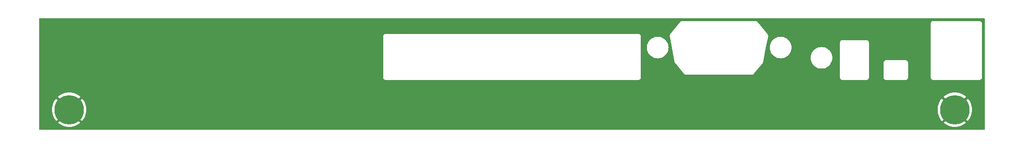
<source format=gbr>
%TF.GenerationSoftware,KiCad,Pcbnew,8.0.6*%
%TF.CreationDate,2025-01-17T17:22:03+00:00*%
%TF.ProjectId,back,6261636b-2e6b-4696-9361-645f70636258,rev?*%
%TF.SameCoordinates,Original*%
%TF.FileFunction,Copper,L1,Top*%
%TF.FilePolarity,Positive*%
%FSLAX46Y46*%
G04 Gerber Fmt 4.6, Leading zero omitted, Abs format (unit mm)*
G04 Created by KiCad (PCBNEW 8.0.6) date 2025-01-17 17:22:03*
%MOMM*%
%LPD*%
G01*
G04 APERTURE LIST*
%TA.AperFunction,ComponentPad*%
%ADD10C,6.000000*%
%TD*%
G04 APERTURE END LIST*
D10*
%TO.P,H13,1*%
%TO.N,GND*%
X254500000Y-111600000D03*
%TD*%
%TO.P,H15,1*%
%TO.N,GND*%
X74500000Y-111600000D03*
%TD*%
%TA.AperFunction,Conductor*%
%TO.N,GND*%
G36*
X260542539Y-92920185D02*
G01*
X260588294Y-92972989D01*
X260599500Y-93024500D01*
X260599500Y-115575500D01*
X260579815Y-115642539D01*
X260527011Y-115688294D01*
X260475500Y-115699500D01*
X68524500Y-115699500D01*
X68457461Y-115679815D01*
X68411706Y-115627011D01*
X68400500Y-115575500D01*
X68400500Y-111599999D01*
X70995197Y-111599999D01*
X70995197Y-111600000D01*
X71014397Y-111966353D01*
X71071784Y-112328684D01*
X71071784Y-112328686D01*
X71166736Y-112683051D01*
X71298204Y-113025535D01*
X71464754Y-113352406D01*
X71664553Y-113660070D01*
X71853297Y-113893148D01*
X73205748Y-112540698D01*
X73279588Y-112642330D01*
X73457670Y-112820412D01*
X73559300Y-112894251D01*
X72206850Y-114246701D01*
X72439929Y-114435446D01*
X72747593Y-114635245D01*
X73074464Y-114801795D01*
X73416948Y-114933263D01*
X73771314Y-115028215D01*
X74133646Y-115085602D01*
X74499999Y-115104803D01*
X74500001Y-115104803D01*
X74866353Y-115085602D01*
X75228684Y-115028215D01*
X75228686Y-115028215D01*
X75583051Y-114933263D01*
X75925535Y-114801795D01*
X76252406Y-114635245D01*
X76560064Y-114435450D01*
X76793148Y-114246701D01*
X75440698Y-112894251D01*
X75542330Y-112820412D01*
X75720412Y-112642330D01*
X75794251Y-112540698D01*
X77146701Y-113893148D01*
X77335450Y-113660064D01*
X77535245Y-113352406D01*
X77701795Y-113025535D01*
X77833263Y-112683051D01*
X77928215Y-112328686D01*
X77928215Y-112328684D01*
X77985602Y-111966353D01*
X78004803Y-111600000D01*
X78004803Y-111599999D01*
X250995197Y-111599999D01*
X250995197Y-111600000D01*
X251014397Y-111966353D01*
X251071784Y-112328684D01*
X251071784Y-112328686D01*
X251166736Y-112683051D01*
X251298204Y-113025535D01*
X251464754Y-113352406D01*
X251664553Y-113660070D01*
X251853297Y-113893148D01*
X253205748Y-112540698D01*
X253279588Y-112642330D01*
X253457670Y-112820412D01*
X253559300Y-112894251D01*
X252206850Y-114246701D01*
X252439929Y-114435446D01*
X252747593Y-114635245D01*
X253074464Y-114801795D01*
X253416948Y-114933263D01*
X253771314Y-115028215D01*
X254133646Y-115085602D01*
X254499999Y-115104803D01*
X254500001Y-115104803D01*
X254866353Y-115085602D01*
X255228684Y-115028215D01*
X255228686Y-115028215D01*
X255583051Y-114933263D01*
X255925535Y-114801795D01*
X256252406Y-114635245D01*
X256560064Y-114435450D01*
X256793148Y-114246701D01*
X255440698Y-112894251D01*
X255542330Y-112820412D01*
X255720412Y-112642330D01*
X255794251Y-112540698D01*
X257146701Y-113893148D01*
X257335450Y-113660064D01*
X257535245Y-113352406D01*
X257701795Y-113025535D01*
X257833263Y-112683051D01*
X257928215Y-112328686D01*
X257928215Y-112328684D01*
X257985602Y-111966353D01*
X258004803Y-111600000D01*
X258004803Y-111599999D01*
X257985602Y-111233646D01*
X257928215Y-110871315D01*
X257928215Y-110871313D01*
X257833263Y-110516948D01*
X257701795Y-110174464D01*
X257535245Y-109847594D01*
X257335446Y-109539929D01*
X257146701Y-109306850D01*
X255794251Y-110659300D01*
X255720412Y-110557670D01*
X255542330Y-110379588D01*
X255440698Y-110305748D01*
X256793149Y-108953297D01*
X256560070Y-108764553D01*
X256252406Y-108564754D01*
X255925535Y-108398204D01*
X255583051Y-108266736D01*
X255228685Y-108171784D01*
X254866353Y-108114397D01*
X254500001Y-108095197D01*
X254499999Y-108095197D01*
X254133646Y-108114397D01*
X253771315Y-108171784D01*
X253771313Y-108171784D01*
X253416948Y-108266736D01*
X253074464Y-108398204D01*
X252747594Y-108564754D01*
X252439924Y-108764557D01*
X252206849Y-108953296D01*
X252206849Y-108953297D01*
X253559301Y-110305748D01*
X253457670Y-110379588D01*
X253279588Y-110557670D01*
X253205748Y-110659300D01*
X251853297Y-109306849D01*
X251853296Y-109306849D01*
X251664557Y-109539924D01*
X251464754Y-109847594D01*
X251298204Y-110174464D01*
X251166736Y-110516948D01*
X251071784Y-110871313D01*
X251071784Y-110871315D01*
X251014397Y-111233646D01*
X250995197Y-111599999D01*
X78004803Y-111599999D01*
X77985602Y-111233646D01*
X77928215Y-110871315D01*
X77928215Y-110871313D01*
X77833263Y-110516948D01*
X77701795Y-110174464D01*
X77535245Y-109847594D01*
X77335446Y-109539929D01*
X77146701Y-109306850D01*
X75794251Y-110659300D01*
X75720412Y-110557670D01*
X75542330Y-110379588D01*
X75440698Y-110305748D01*
X76793149Y-108953297D01*
X76560070Y-108764553D01*
X76252406Y-108564754D01*
X75925535Y-108398204D01*
X75583051Y-108266736D01*
X75228685Y-108171784D01*
X74866353Y-108114397D01*
X74500001Y-108095197D01*
X74499999Y-108095197D01*
X74133646Y-108114397D01*
X73771315Y-108171784D01*
X73771313Y-108171784D01*
X73416948Y-108266736D01*
X73074464Y-108398204D01*
X72747594Y-108564754D01*
X72439924Y-108764557D01*
X72206849Y-108953296D01*
X72206849Y-108953297D01*
X73559301Y-110305748D01*
X73457670Y-110379588D01*
X73279588Y-110557670D01*
X73205748Y-110659300D01*
X71853297Y-109306849D01*
X71853296Y-109306849D01*
X71664557Y-109539924D01*
X71464754Y-109847594D01*
X71298204Y-110174464D01*
X71166736Y-110516948D01*
X71071784Y-110871313D01*
X71071784Y-110871315D01*
X71014397Y-111233646D01*
X70995197Y-111599999D01*
X68400500Y-111599999D01*
X68400500Y-96534108D01*
X138299500Y-96534108D01*
X138299500Y-105065891D01*
X138333608Y-105193187D01*
X138366554Y-105250250D01*
X138399500Y-105307314D01*
X138492686Y-105400500D01*
X138606814Y-105466392D01*
X138734108Y-105500500D01*
X138734110Y-105500500D01*
X190265890Y-105500500D01*
X190265892Y-105500500D01*
X190393186Y-105466392D01*
X190507314Y-105400500D01*
X190600500Y-105307314D01*
X190666392Y-105193186D01*
X190700500Y-105065892D01*
X190700500Y-98900000D01*
X191894778Y-98900000D01*
X191913644Y-99187837D01*
X191913646Y-99187849D01*
X191969917Y-99470745D01*
X191969921Y-99470760D01*
X192062642Y-99743905D01*
X192190219Y-100002606D01*
X192190223Y-100002613D01*
X192350478Y-100242452D01*
X192540672Y-100459327D01*
X192757546Y-100649520D01*
X192997389Y-100809778D01*
X193256098Y-100937359D01*
X193529247Y-101030081D01*
X193812161Y-101086356D01*
X194100000Y-101105222D01*
X194387839Y-101086356D01*
X194670753Y-101030081D01*
X194943902Y-100937359D01*
X195202611Y-100809778D01*
X195442454Y-100649520D01*
X195659327Y-100459327D01*
X195849520Y-100242454D01*
X196009778Y-100002611D01*
X196137359Y-99743902D01*
X196230081Y-99470753D01*
X196286356Y-99187839D01*
X196305222Y-98900000D01*
X196286356Y-98612161D01*
X196230081Y-98329247D01*
X196137359Y-98056098D01*
X196009778Y-97797389D01*
X195849520Y-97557546D01*
X195798615Y-97499500D01*
X195659327Y-97340672D01*
X195442452Y-97150478D01*
X195202613Y-96990223D01*
X195202606Y-96990219D01*
X194943905Y-96862642D01*
X194670760Y-96769921D01*
X194670754Y-96769919D01*
X194670753Y-96769919D01*
X194670751Y-96769918D01*
X194670745Y-96769917D01*
X194387849Y-96713646D01*
X194387839Y-96713644D01*
X194100000Y-96694778D01*
X193812161Y-96713644D01*
X193812155Y-96713645D01*
X193812150Y-96713646D01*
X193529254Y-96769917D01*
X193529239Y-96769921D01*
X193256094Y-96862642D01*
X192997393Y-96990219D01*
X192997386Y-96990223D01*
X192757547Y-97150478D01*
X192540672Y-97340672D01*
X192350478Y-97557547D01*
X192190223Y-97797386D01*
X192190219Y-97797393D01*
X192062642Y-98056094D01*
X191969921Y-98329239D01*
X191969917Y-98329254D01*
X191913646Y-98612150D01*
X191913644Y-98612162D01*
X191894778Y-98900000D01*
X190700500Y-98900000D01*
X190700500Y-96534108D01*
X190695320Y-96514777D01*
X196545285Y-96514777D01*
X196545285Y-96514786D01*
X196546281Y-96523752D01*
X196546719Y-96546327D01*
X196546110Y-96554796D01*
X196546110Y-96554801D01*
X196553757Y-96594567D01*
X196555229Y-96604288D01*
X196559836Y-96645755D01*
X196559838Y-96645761D01*
X196563123Y-96654170D01*
X196569392Y-96675874D01*
X197556046Y-101806729D01*
X197556914Y-101811813D01*
X197564738Y-101864154D01*
X197566978Y-101871967D01*
X197566811Y-101872014D01*
X197568220Y-101876568D01*
X197568386Y-101876513D01*
X197570946Y-101884217D01*
X197594042Y-101931815D01*
X197596194Y-101936496D01*
X197617291Y-101985010D01*
X197621478Y-101991979D01*
X197621327Y-101992069D01*
X197623863Y-101996096D01*
X197624010Y-101996000D01*
X197628478Y-102002781D01*
X197663113Y-102042786D01*
X197666403Y-102046750D01*
X199379414Y-104200250D01*
X199379417Y-104200253D01*
X199389757Y-104215440D01*
X199399500Y-104232314D01*
X199421026Y-104253840D01*
X199430381Y-104264322D01*
X199449324Y-104288137D01*
X199449328Y-104288141D01*
X199464992Y-104299731D01*
X199478913Y-104311727D01*
X199492686Y-104325500D01*
X199499833Y-104329626D01*
X199519041Y-104340716D01*
X199530800Y-104348426D01*
X199555262Y-104366527D01*
X199555263Y-104366527D01*
X199555264Y-104366528D01*
X199570237Y-104372425D01*
X199573388Y-104373667D01*
X199589941Y-104381650D01*
X199606814Y-104391392D01*
X199636215Y-104399270D01*
X199649551Y-104403667D01*
X199677879Y-104414825D01*
X199697236Y-104417030D01*
X199715288Y-104420457D01*
X199734108Y-104425500D01*
X199764542Y-104425500D01*
X199778577Y-104426296D01*
X199808817Y-104429742D01*
X199826375Y-104427117D01*
X199828087Y-104426862D01*
X199846415Y-104425500D01*
X206484108Y-104425500D01*
X213253586Y-104425500D01*
X213271914Y-104426862D01*
X213273855Y-104427152D01*
X213291184Y-104429742D01*
X213321423Y-104426296D01*
X213335459Y-104425500D01*
X213365890Y-104425500D01*
X213365892Y-104425500D01*
X213384714Y-104420456D01*
X213402769Y-104417029D01*
X213422122Y-104414825D01*
X213450443Y-104403669D01*
X213463793Y-104399267D01*
X213493186Y-104391392D01*
X213510057Y-104381651D01*
X213526604Y-104373669D01*
X213544736Y-104366528D01*
X213569217Y-104348412D01*
X213580957Y-104340716D01*
X213607314Y-104325500D01*
X213621095Y-104311717D01*
X213635013Y-104299727D01*
X213650670Y-104288142D01*
X213650669Y-104288142D01*
X213650673Y-104288140D01*
X213669618Y-104264321D01*
X213678981Y-104253832D01*
X213700497Y-104232317D01*
X213700497Y-104232316D01*
X213700500Y-104232314D01*
X213710241Y-104215440D01*
X213720582Y-104200253D01*
X215432997Y-102047502D01*
X215436245Y-102043590D01*
X215471568Y-102002792D01*
X215471570Y-102002786D01*
X215476044Y-101995999D01*
X215476174Y-101996084D01*
X215478696Y-101992078D01*
X215478524Y-101991975D01*
X215482710Y-101985008D01*
X215482711Y-101985006D01*
X215503364Y-101937506D01*
X215505488Y-101932886D01*
X215529100Y-101884229D01*
X215529102Y-101884220D01*
X215531663Y-101876517D01*
X215531808Y-101876565D01*
X215533215Y-101872018D01*
X215533022Y-101871963D01*
X215535261Y-101864154D01*
X215535262Y-101864152D01*
X215542910Y-101812972D01*
X215543771Y-101807927D01*
X216102960Y-98900000D01*
X216894778Y-98900000D01*
X216913644Y-99187837D01*
X216913646Y-99187849D01*
X216969917Y-99470745D01*
X216969921Y-99470760D01*
X217062642Y-99743905D01*
X217190219Y-100002606D01*
X217190223Y-100002613D01*
X217350478Y-100242452D01*
X217540672Y-100459327D01*
X217757546Y-100649520D01*
X217997389Y-100809778D01*
X218256098Y-100937359D01*
X218529247Y-101030081D01*
X218812161Y-101086356D01*
X219100000Y-101105222D01*
X219387839Y-101086356D01*
X219670753Y-101030081D01*
X219759368Y-101000000D01*
X225194778Y-101000000D01*
X225213644Y-101287837D01*
X225213646Y-101287849D01*
X225269917Y-101570745D01*
X225269921Y-101570760D01*
X225362642Y-101843905D01*
X225490219Y-102102606D01*
X225490223Y-102102613D01*
X225650478Y-102342452D01*
X225840672Y-102559327D01*
X226057546Y-102749520D01*
X226297389Y-102909778D01*
X226556098Y-103037359D01*
X226829247Y-103130081D01*
X227112161Y-103186356D01*
X227400000Y-103205222D01*
X227687839Y-103186356D01*
X227970753Y-103130081D01*
X228243902Y-103037359D01*
X228502611Y-102909778D01*
X228742454Y-102749520D01*
X228959327Y-102559327D01*
X229149520Y-102342454D01*
X229309778Y-102102611D01*
X229437359Y-101843902D01*
X229530081Y-101570753D01*
X229586356Y-101287839D01*
X229605222Y-101000000D01*
X229586356Y-100712161D01*
X229530081Y-100429247D01*
X229437359Y-100156098D01*
X229309778Y-99897389D01*
X229149520Y-99657546D01*
X228985700Y-99470745D01*
X228959327Y-99440672D01*
X228742452Y-99250478D01*
X228502613Y-99090223D01*
X228502606Y-99090219D01*
X228243905Y-98962642D01*
X227970760Y-98869921D01*
X227970754Y-98869919D01*
X227970753Y-98869919D01*
X227970751Y-98869918D01*
X227970745Y-98869917D01*
X227687849Y-98813646D01*
X227687839Y-98813644D01*
X227400000Y-98794778D01*
X227112161Y-98813644D01*
X227112155Y-98813645D01*
X227112150Y-98813646D01*
X226829254Y-98869917D01*
X226829239Y-98869921D01*
X226556094Y-98962642D01*
X226297393Y-99090219D01*
X226297386Y-99090223D01*
X226057547Y-99250478D01*
X225840672Y-99440672D01*
X225650478Y-99657547D01*
X225490223Y-99897386D01*
X225490219Y-99897393D01*
X225362642Y-100156094D01*
X225269921Y-100429239D01*
X225269917Y-100429254D01*
X225213646Y-100712150D01*
X225213644Y-100712162D01*
X225194778Y-101000000D01*
X219759368Y-101000000D01*
X219943902Y-100937359D01*
X220202611Y-100809778D01*
X220442454Y-100649520D01*
X220659327Y-100459327D01*
X220849520Y-100242454D01*
X221009778Y-100002611D01*
X221137359Y-99743902D01*
X221230081Y-99470753D01*
X221286356Y-99187839D01*
X221305222Y-98900000D01*
X221286356Y-98612161D01*
X221230081Y-98329247D01*
X221137359Y-98056098D01*
X221027886Y-97834108D01*
X231149500Y-97834108D01*
X231149500Y-105065891D01*
X231183608Y-105193187D01*
X231216554Y-105250250D01*
X231249500Y-105307314D01*
X231342686Y-105400500D01*
X231456814Y-105466392D01*
X231584108Y-105500500D01*
X231584110Y-105500500D01*
X236615890Y-105500500D01*
X236615892Y-105500500D01*
X236743186Y-105466392D01*
X236857314Y-105400500D01*
X236950500Y-105307314D01*
X237016392Y-105193186D01*
X237050500Y-105065892D01*
X237050500Y-101934108D01*
X239999500Y-101934108D01*
X239999500Y-105065891D01*
X240033608Y-105193187D01*
X240066554Y-105250250D01*
X240099500Y-105307314D01*
X240192686Y-105400500D01*
X240306814Y-105466392D01*
X240434108Y-105500500D01*
X240434110Y-105500500D01*
X244565890Y-105500500D01*
X244565892Y-105500500D01*
X244693186Y-105466392D01*
X244807314Y-105400500D01*
X244900500Y-105307314D01*
X244966392Y-105193186D01*
X245000500Y-105065892D01*
X245000500Y-101934108D01*
X244966392Y-101806814D01*
X244900500Y-101692686D01*
X244807314Y-101599500D01*
X244750250Y-101566554D01*
X244693187Y-101533608D01*
X244629539Y-101516554D01*
X244565892Y-101499500D01*
X240565892Y-101499500D01*
X240434108Y-101499500D01*
X240306812Y-101533608D01*
X240192686Y-101599500D01*
X240192683Y-101599502D01*
X240099502Y-101692683D01*
X240099500Y-101692686D01*
X240033608Y-101806812D01*
X239999500Y-101934108D01*
X237050500Y-101934108D01*
X237050500Y-97834108D01*
X237016392Y-97706814D01*
X236950500Y-97592686D01*
X236857314Y-97499500D01*
X236800250Y-97466554D01*
X236743187Y-97433608D01*
X236679539Y-97416554D01*
X236615892Y-97399500D01*
X231715892Y-97399500D01*
X231584108Y-97399500D01*
X231456812Y-97433608D01*
X231342686Y-97499500D01*
X231342683Y-97499502D01*
X231249502Y-97592683D01*
X231249500Y-97592686D01*
X231183608Y-97706812D01*
X231149500Y-97834108D01*
X221027886Y-97834108D01*
X221009778Y-97797389D01*
X220849520Y-97557546D01*
X220798615Y-97499500D01*
X220659327Y-97340672D01*
X220442452Y-97150478D01*
X220202613Y-96990223D01*
X220202606Y-96990219D01*
X219943905Y-96862642D01*
X219670760Y-96769921D01*
X219670754Y-96769919D01*
X219670753Y-96769919D01*
X219670751Y-96769918D01*
X219670745Y-96769917D01*
X219387849Y-96713646D01*
X219387839Y-96713644D01*
X219100000Y-96694778D01*
X218812161Y-96713644D01*
X218812155Y-96713645D01*
X218812150Y-96713646D01*
X218529254Y-96769917D01*
X218529239Y-96769921D01*
X218256094Y-96862642D01*
X217997393Y-96990219D01*
X217997386Y-96990223D01*
X217757547Y-97150478D01*
X217540672Y-97340672D01*
X217350478Y-97557547D01*
X217190223Y-97797386D01*
X217190219Y-97797393D01*
X217062642Y-98056094D01*
X216969921Y-98329239D01*
X216969917Y-98329254D01*
X216913646Y-98612150D01*
X216913644Y-98612162D01*
X216894778Y-98900000D01*
X216102960Y-98900000D01*
X216530704Y-96675621D01*
X216536978Y-96653908D01*
X216540160Y-96645764D01*
X216540162Y-96645760D01*
X216544700Y-96604902D01*
X216546173Y-96595182D01*
X216546291Y-96594567D01*
X216553938Y-96554807D01*
X216553309Y-96546069D01*
X216553747Y-96523484D01*
X216554715Y-96514781D01*
X216548522Y-96474122D01*
X216547434Y-96464406D01*
X216544482Y-96423362D01*
X216542266Y-96416970D01*
X216541616Y-96415093D01*
X216536189Y-96393145D01*
X216534873Y-96384500D01*
X216518372Y-96346838D01*
X216514790Y-96337692D01*
X216501327Y-96298846D01*
X216501325Y-96298842D01*
X216496415Y-96291594D01*
X216485497Y-96271805D01*
X216481986Y-96263791D01*
X216456308Y-96231695D01*
X216450484Y-96223793D01*
X216427415Y-96189738D01*
X216420794Y-96184006D01*
X216405126Y-96167718D01*
X214618238Y-93934108D01*
X249599500Y-93934108D01*
X249599500Y-105065891D01*
X249633608Y-105193187D01*
X249666554Y-105250250D01*
X249699500Y-105307314D01*
X249792686Y-105400500D01*
X249906814Y-105466392D01*
X250034108Y-105500500D01*
X250034110Y-105500500D01*
X259565890Y-105500500D01*
X259565892Y-105500500D01*
X259693186Y-105466392D01*
X259807314Y-105400500D01*
X259900500Y-105307314D01*
X259966392Y-105193186D01*
X260000500Y-105065892D01*
X260000500Y-93934108D01*
X259966392Y-93806814D01*
X259900500Y-93692686D01*
X259807314Y-93599500D01*
X259736487Y-93558608D01*
X259693187Y-93533608D01*
X259629539Y-93516554D01*
X259565892Y-93499500D01*
X250165892Y-93499500D01*
X250034108Y-93499500D01*
X249906812Y-93533608D01*
X249792686Y-93599500D01*
X249792683Y-93599502D01*
X249699502Y-93692683D01*
X249699500Y-93692686D01*
X249633608Y-93806812D01*
X249599500Y-93934108D01*
X214618238Y-93934108D01*
X214470362Y-93749263D01*
X214459804Y-93733802D01*
X214450500Y-93717686D01*
X214428356Y-93695542D01*
X214419217Y-93685331D01*
X214399662Y-93660887D01*
X214394761Y-93657281D01*
X214384668Y-93649856D01*
X214370469Y-93637655D01*
X214357316Y-93624502D01*
X214357310Y-93624497D01*
X214330207Y-93608849D01*
X214318731Y-93601348D01*
X214293510Y-93582795D01*
X214293509Y-93582794D01*
X214293507Y-93582793D01*
X214276172Y-93576020D01*
X214259302Y-93567912D01*
X214243188Y-93558609D01*
X214243183Y-93558607D01*
X214212940Y-93550503D01*
X214199912Y-93546227D01*
X214170759Y-93534837D01*
X214170760Y-93534837D01*
X214152265Y-93532782D01*
X214133871Y-93529316D01*
X214115899Y-93524501D01*
X214115892Y-93524500D01*
X214084588Y-93524500D01*
X214070896Y-93523742D01*
X214039784Y-93520285D01*
X214039777Y-93520285D01*
X214023278Y-93522798D01*
X214021389Y-93523086D01*
X214002720Y-93524500D01*
X199097280Y-93524500D01*
X199078610Y-93523086D01*
X199071917Y-93522066D01*
X199060219Y-93520285D01*
X199060218Y-93520285D01*
X199044661Y-93522013D01*
X199029104Y-93523742D01*
X199015412Y-93524500D01*
X198984105Y-93524500D01*
X198966124Y-93529318D01*
X198947729Y-93532783D01*
X198929244Y-93534836D01*
X198929236Y-93534839D01*
X198900079Y-93546229D01*
X198887059Y-93550502D01*
X198856816Y-93558606D01*
X198856815Y-93558607D01*
X198840692Y-93567915D01*
X198823826Y-93576021D01*
X198806492Y-93582793D01*
X198781266Y-93601350D01*
X198769794Y-93608848D01*
X198742686Y-93624499D01*
X198729526Y-93637659D01*
X198715335Y-93649852D01*
X198700338Y-93660885D01*
X198680779Y-93685333D01*
X198671640Y-93695544D01*
X198649501Y-93717684D01*
X198649497Y-93717690D01*
X198640194Y-93733802D01*
X198629638Y-93749258D01*
X196694784Y-96167827D01*
X196679126Y-96184107D01*
X196672632Y-96189729D01*
X196649795Y-96223440D01*
X196643964Y-96231353D01*
X196618014Y-96263791D01*
X196618013Y-96263792D01*
X196618013Y-96263793D01*
X196614503Y-96271805D01*
X196614422Y-96271989D01*
X196603511Y-96291764D01*
X196598722Y-96298832D01*
X196585425Y-96337198D01*
X196581842Y-96346346D01*
X196565126Y-96384500D01*
X196563773Y-96393386D01*
X196558353Y-96415308D01*
X196555567Y-96423348D01*
X196555565Y-96423356D01*
X196552657Y-96463778D01*
X196551564Y-96473545D01*
X196545285Y-96514777D01*
X190695320Y-96514777D01*
X190666392Y-96406814D01*
X190600500Y-96292686D01*
X190507314Y-96199500D01*
X190450250Y-96166554D01*
X190393187Y-96133608D01*
X190329539Y-96116554D01*
X190265892Y-96099500D01*
X138865892Y-96099500D01*
X138734108Y-96099500D01*
X138606812Y-96133608D01*
X138492686Y-96199500D01*
X138492683Y-96199502D01*
X138399502Y-96292683D01*
X138399500Y-96292686D01*
X138333608Y-96406812D01*
X138299500Y-96534108D01*
X68400500Y-96534108D01*
X68400500Y-93024500D01*
X68420185Y-92957461D01*
X68472989Y-92911706D01*
X68524500Y-92900500D01*
X260475500Y-92900500D01*
X260542539Y-92920185D01*
G37*
%TD.AperFunction*%
%TD*%
M02*

</source>
